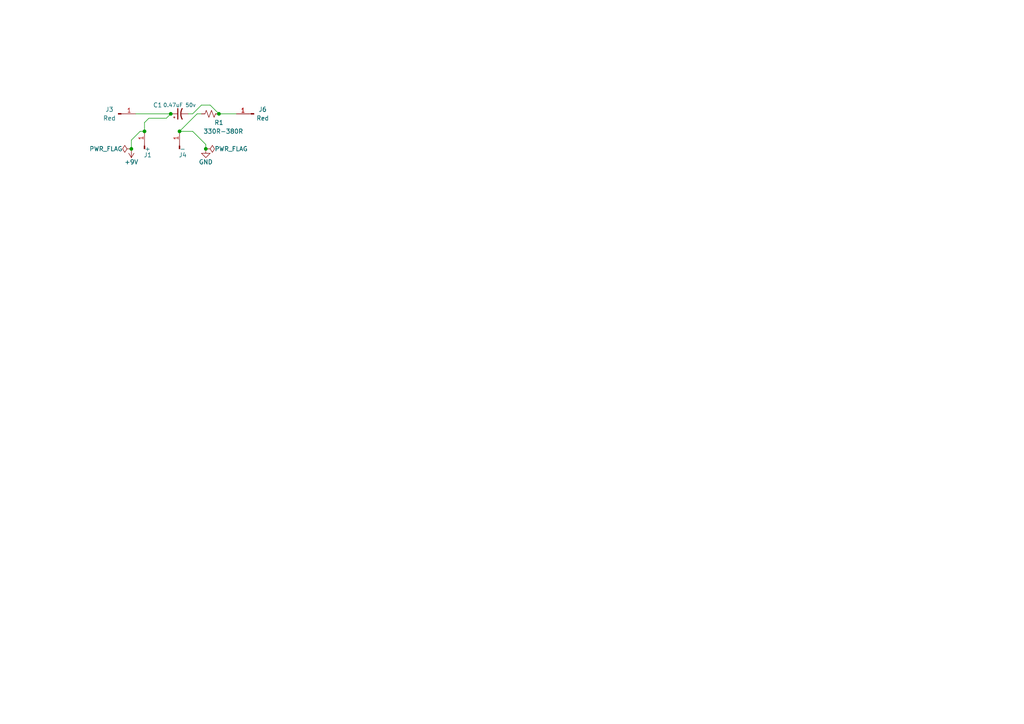
<source format=kicad_sch>
(kicad_sch (version 20230121) (generator eeschema)
  (paper "A4")
  (lib_symbols
    (symbol "Connector:Conn_01x01_Pin" (pin_names (offset 1.016) hide)
      (property "Reference" "J" (at 0 2.54 0))
      (property "Value" "Conn_01x01_Pin" (at 0 -2.54 0))
      (symbol "Conn_01x01_Pin_1_1"
        (polyline (pts (xy 1.27 0) (xy 0.8636 0)) (stroke (width 0.1524)))
        (rectangle (start 0.8636 0.127) (end 0 -0.127) (stroke (width 0.1524)) (fill (type outline)))
        (pin passive line (at 5.08 0 180) (length 3.81) (name "Pin_1") (number "1"))
      )
    )
    (symbol "Device:C_Polarized_Small_US" (pin_numbers hide) (pin_names (offset 0.254) hide)
      (property "Reference" "C" (at 0.254 1.778 0))
      (property "Value" "C_Polarized_Small_US" (at 0.254 -2.032 0))
      (symbol "C_Polarized_Small_US_0_1"
        (polyline (pts (xy -1.524 0.508) (xy 1.524 0.508)) (stroke (width 0.3048)))
        (polyline (pts (xy -1.27 1.524) (xy -0.762 1.524)))
        (polyline (pts (xy -1.016 1.27) (xy -1.016 1.778)))
        (arc (start 1.524 -0.762) (mid 0 -0.3734) (end -1.524 -0.762) (stroke (width 0.3048)))
      )
      (symbol "C_Polarized_Small_US_1_1"
        (pin passive line (at 0 2.54 270) (length 2.032) (name "~") (number "1"))
        (pin passive line (at 0 -2.54 90) (length 2.032) (name "~") (number "2"))
      )
    )
    (symbol "Device:R_Small_US" (pin_numbers hide) (pin_names (offset 0.254) hide)
      (property "Reference" "R" (at 0.762 0.508 0))
      (property "Value" "R_Small_US" (at 0.762 -1.016 0))
      (symbol "R_Small_US_1_1"
        (polyline (pts (xy 0 0) (xy 1.016 -0.381) (xy 0 -0.762) (xy -1.016 -1.143) (xy 0 -1.524)))
        (polyline (pts (xy 0 1.524) (xy 1.016 1.143) (xy 0 0.762) (xy -1.016 0.381) (xy 0 0)))
        (pin passive line (at 0 2.54 270) (length 1.016) (name "~") (number "1"))
        (pin passive line (at 0 -2.54 90) (length 1.016) (name "~") (number "2"))
      )
    )
    (symbol "power:+9V" (power) (pin_names (offset 0))
      (property "Value" "+9V" (at 0 3.556 0))
      (symbol "+9V_0_1"
        (polyline (pts (xy -0.762 1.27) (xy 0 2.54)))
        (polyline (pts (xy 0 0) (xy 0 2.54)))
        (polyline (pts (xy 0 2.54) (xy 0.762 1.27)))
      )
      (symbol "+9V_1_1"
        (pin power_in line (at 0 0 90) (length 0) hide (name "+9V") (number "1"))
      )
    )
    (symbol "power:GND" (power) (pin_names (offset 0))
      (property "Value" "GND" (at 0 -3.81 0))
      (symbol "GND_0_1"
        (polyline (pts (xy 0 0) (xy 0 -1.27) (xy 1.27 -1.27) (xy 0 -2.54) (xy -1.27 -1.27) (xy 0 -1.27)))
      )
      (symbol "GND_1_1"
        (pin power_in line (at 0 0 270) (length 0) hide (name "GND") (number "1"))
      )
    )
    (symbol "power:PWR_FLAG" (power) (pin_numbers hide) (pin_names (offset 0) hide)
      (property "Value" "PWR_FLAG" (at 0 3.81 0))
      (symbol "PWR_FLAG_0_0"
        (pin power_out line (at 0 0 90) (length 0) (name "pwr") (number "1"))
      )
      (symbol "PWR_FLAG_0_1"
        (polyline (pts (xy 0 0) (xy 0 1.27) (xy -1.016 1.905) (xy 0 2.54) (xy 1.016 1.905) (xy 0 1.27)))
      )
    )
  )
  (junction (at 63.5 33.02))
  (junction (at 59.69 43.18))
  (junction (at 49.53 33.02))
  (junction (at 52.07 38.1))
  (junction (at 41.91 38.1))
  (junction (at 38.1 43.18))
  (wire (pts (xy 58.42 30.48) (xy 60.96 30.48)))
  (wire (pts (xy 38.1 40.64) (xy 40.64 38.1)))
  (wire (pts (xy 57.15 33.02) (xy 58.42 33.02)))
  (wire (pts (xy 52.07 38.1) (xy 57.15 33.02)))
  (wire (pts (xy 48.26 34.29) (xy 49.53 33.02)))
  (wire (pts (xy 54.61 33.02) (xy 55.88 33.02)))
  (wire (pts (xy 59.69 43.18) (xy 59.69 41.91)))
  (wire (pts (xy 40.64 38.1) (xy 41.91 38.1)))
  (wire (pts (xy 60.96 30.48) (xy 63.5 33.02)))
  (wire (pts (xy 63.5 33.02) (xy 68.58 33.02)))
  (wire (pts (xy 41.91 35.56) (xy 43.18 34.29)))
  (wire (pts (xy 52.07 38.1) (xy 55.88 38.1)))
  (wire (pts (xy 38.1 43.18) (xy 38.1 40.64)))
  (wire (pts (xy 59.69 41.91) (xy 55.88 38.1)))
  (wire (pts (xy 43.18 34.29) (xy 48.26 34.29)))
  (wire (pts (xy 55.88 33.02) (xy 58.42 30.48)))
  (wire (pts (xy 39.37 33.02) (xy 49.53 33.02)))
  (wire (pts (xy 41.91 38.1) (xy 41.91 35.56)))
  (symbol (lib_id "Device:C_Polarized_Small_US") (at 52.07 33.02 90) (unit 1)
    (property "Reference" "C1" (at 45.72 30.48 90))
    (property "Value" "0.47uF 50v" (at 52.07 30.48 90) (effects (font (size 1.1 1.1))))
    (property "Footprint" "Capacitor_THT:CP_Radial_D5.0mm_P2.00mm" (effects hide))
  )
  (symbol (lib_id "Device:R_Small_US") (at 60.96 33.02 270) (unit 1)
    (property "Reference" "R1" (at 63.5 35.56 90))
    (property "Value" "330R-380R" (at 64.77 38.1 90))
    (property "Footprint" "Resistor_THT:R_Axial_DIN0204_L3.6mm_D1.6mm_P5.08mm_Horizontal" (effects hide))
  )
  (symbol (lib_id "power:PWR_FLAG") (at 59.69 43.18 270) (unit 1)
    (property "Reference" "#FLG02" (effects hide))
    (property "Value" "PWR_FLAG" (at 62.23 43.18 90) (effects (justify left)))
  )
  (symbol (lib_id "power:GND") (at 59.69 43.18 0) (unit 1)
    (property "Reference" "#PWR02" (effects hide))
    (property "Value" "GND" (at 59.69 46.99 0))
  )
  (symbol (lib_id "power:+9V") (at 38.1 43.18 180) (unit 1)
    (property "Reference" "#PWR01" (effects hide))
    (property "Value" "+9V" (at 38.1 46.99 0))
  )
  (symbol (lib_id "Connector:Conn_01x01_Pin") (at 52.07 43.18 90) (unit 1)
    (property "Reference" "J4" (at 51.816 44.958 90) (effects (justify right)))
    (property "Value" "-" (at 52.07 43.18 90) (effects (justify right)))
    (property "Footprint" "Custom:SolderWirePad_1x01_SMD_1.5x3mm" (effects hide))
  )
  (symbol (lib_id "Connector:Conn_01x01_Pin") (at 41.91 43.18 90) (unit 1)
    (property "Reference" "J1" (at 41.656 44.958 90) (effects (justify right)))
    (property "Value" "+" (at 41.91 43.18 90) (effects (justify right)))
    (property "Footprint" "Custom:SolderWirePad_1x01_SMD_1.5x3mm" (effects hide))
  )
  (symbol (lib_id "power:PWR_FLAG") (at 38.1 43.18 90) (unit 1)
    (property "Reference" "#FLG01" (effects hide))
    (property "Value" "PWR_FLAG" (at 35.56 43.18 90) (effects (justify left)))
  )
  (symbol (lib_id "Connector:Conn_01x01_Pin") (at 34.29 33.02 0) (unit 1)
    (property "Reference" "J3" (at 31.75 31.75 0))
    (property "Value" "Red" (at 31.75 34.29 0))
    (property "Footprint" "Custom:SolderWirePad_1x01_SMD_1.5x3mm" (effects hide))
  )
  (symbol (lib_id "Connector:Conn_01x01_Pin") (at 73.66 33.02 180) (unit 1)
    (property "Reference" "J6" (at 76.2 31.75 0))
    (property "Value" "Red" (at 76.2 34.29 0))
    (property "Footprint" "Custom:SolderWirePad_1x01_SMD_1.5x3mm" (effects hide))
  )
)
</source>
